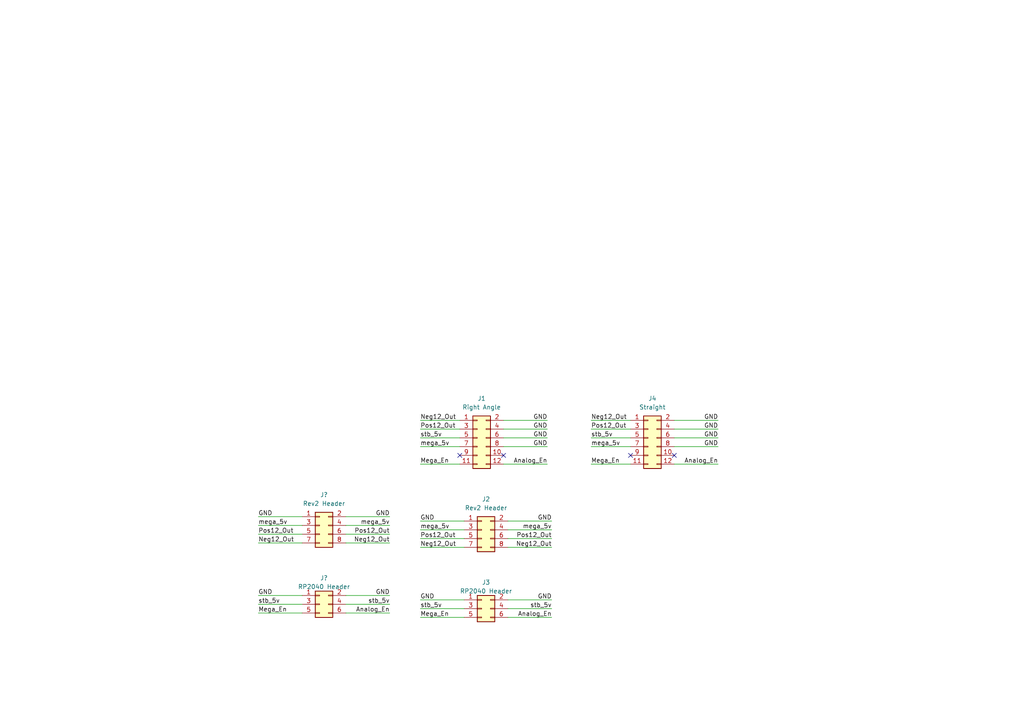
<source format=kicad_sch>
(kicad_sch (version 20211123) (generator eeschema)
  (paper "A4")
  (lib_symbols
    (symbol "Connector_Generic:Conn_02x03_Odd_Even" (pin_names (offset 1.016) hide)
      (property "Reference" "J" (at 1.27 5.08 0))
      (property "Value" "Conn_02x03_Odd_Even" (at 1.27 -5.08 0))
      (symbol "Conn_02x03_Odd_Even_1_1"
        (rectangle (start -1.27 -2.413) (end 0 -2.667) (stroke (width 0.1524)))
        (rectangle (start -1.27 0.127) (end 0 -0.127) (stroke (width 0.1524)))
        (rectangle (start -1.27 2.667) (end 0 2.413) (stroke (width 0.1524)))
        (rectangle (start -1.27 3.81) (end 3.81 -3.81) (stroke (width 0.254)) (fill (type background)))
        (rectangle (start 3.81 -2.413) (end 2.54 -2.667) (stroke (width 0.1524)))
        (rectangle (start 3.81 0.127) (end 2.54 -0.127) (stroke (width 0.1524)))
        (rectangle (start 3.81 2.667) (end 2.54 2.413) (stroke (width 0.1524)))
        (pin passive line (at -5.08 2.54 0) (length 3.81) (name "Pin_1") (number "1"))
        (pin passive line (at 7.62 2.54 180) (length 3.81) (name "Pin_2") (number "2"))
        (pin passive line (at -5.08 0 0) (length 3.81) (name "Pin_3") (number "3"))
        (pin passive line (at 7.62 0 180) (length 3.81) (name "Pin_4") (number "4"))
        (pin passive line (at -5.08 -2.54 0) (length 3.81) (name "Pin_5") (number "5"))
        (pin passive line (at 7.62 -2.54 180) (length 3.81) (name "Pin_6") (number "6"))
      )
    )
    (symbol "Connector_Generic:Conn_02x04_Odd_Even" (pin_names (offset 1.016) hide)
      (property "Reference" "J" (at 1.27 5.08 0))
      (property "Value" "Conn_02x04_Odd_Even" (at 1.27 -7.62 0))
      (symbol "Conn_02x04_Odd_Even_1_1"
        (rectangle (start -1.27 -4.953) (end 0 -5.207) (stroke (width 0.1524)))
        (rectangle (start -1.27 -2.413) (end 0 -2.667) (stroke (width 0.1524)))
        (rectangle (start -1.27 0.127) (end 0 -0.127) (stroke (width 0.1524)))
        (rectangle (start -1.27 2.667) (end 0 2.413) (stroke (width 0.1524)))
        (rectangle (start -1.27 3.81) (end 3.81 -6.35) (stroke (width 0.254)) (fill (type background)))
        (rectangle (start 3.81 -4.953) (end 2.54 -5.207) (stroke (width 0.1524)))
        (rectangle (start 3.81 -2.413) (end 2.54 -2.667) (stroke (width 0.1524)))
        (rectangle (start 3.81 0.127) (end 2.54 -0.127) (stroke (width 0.1524)))
        (rectangle (start 3.81 2.667) (end 2.54 2.413) (stroke (width 0.1524)))
        (pin passive line (at -5.08 2.54 0) (length 3.81) (name "Pin_1") (number "1"))
        (pin passive line (at 7.62 2.54 180) (length 3.81) (name "Pin_2") (number "2"))
        (pin passive line (at -5.08 0 0) (length 3.81) (name "Pin_3") (number "3"))
        (pin passive line (at 7.62 0 180) (length 3.81) (name "Pin_4") (number "4"))
        (pin passive line (at -5.08 -2.54 0) (length 3.81) (name "Pin_5") (number "5"))
        (pin passive line (at 7.62 -2.54 180) (length 3.81) (name "Pin_6") (number "6"))
        (pin passive line (at -5.08 -5.08 0) (length 3.81) (name "Pin_7") (number "7"))
        (pin passive line (at 7.62 -5.08 180) (length 3.81) (name "Pin_8") (number "8"))
      )
    )
    (symbol "Connector_Generic:Conn_02x06_Odd_Even" (pin_names (offset 1.016) hide)
      (property "Reference" "J" (at 1.27 7.62 0))
      (property "Value" "Conn_02x06_Odd_Even" (at 1.27 -10.16 0))
      (symbol "Conn_02x06_Odd_Even_1_1"
        (rectangle (start -1.27 -7.493) (end 0 -7.747) (stroke (width 0.1524)))
        (rectangle (start -1.27 -4.953) (end 0 -5.207) (stroke (width 0.1524)))
        (rectangle (start -1.27 -2.413) (end 0 -2.667) (stroke (width 0.1524)))
        (rectangle (start -1.27 0.127) (end 0 -0.127) (stroke (width 0.1524)))
        (rectangle (start -1.27 2.667) (end 0 2.413) (stroke (width 0.1524)))
        (rectangle (start -1.27 5.207) (end 0 4.953) (stroke (width 0.1524)))
        (rectangle (start -1.27 6.35) (end 3.81 -8.89) (stroke (width 0.254)) (fill (type background)))
        (rectangle (start 3.81 -7.493) (end 2.54 -7.747) (stroke (width 0.1524)))
        (rectangle (start 3.81 -4.953) (end 2.54 -5.207) (stroke (width 0.1524)))
        (rectangle (start 3.81 -2.413) (end 2.54 -2.667) (stroke (width 0.1524)))
        (rectangle (start 3.81 0.127) (end 2.54 -0.127) (stroke (width 0.1524)))
        (rectangle (start 3.81 2.667) (end 2.54 2.413) (stroke (width 0.1524)))
        (rectangle (start 3.81 5.207) (end 2.54 4.953) (stroke (width 0.1524)))
        (pin passive line (at -5.08 5.08 0) (length 3.81) (name "Pin_1") (number "1"))
        (pin passive line (at 7.62 -5.08 180) (length 3.81) (name "Pin_10") (number "10"))
        (pin passive line (at -5.08 -7.62 0) (length 3.81) (name "Pin_11") (number "11"))
        (pin passive line (at 7.62 -7.62 180) (length 3.81) (name "Pin_12") (number "12"))
        (pin passive line (at 7.62 5.08 180) (length 3.81) (name "Pin_2") (number "2"))
        (pin passive line (at -5.08 2.54 0) (length 3.81) (name "Pin_3") (number "3"))
        (pin passive line (at 7.62 2.54 180) (length 3.81) (name "Pin_4") (number "4"))
        (pin passive line (at -5.08 0 0) (length 3.81) (name "Pin_5") (number "5"))
        (pin passive line (at 7.62 0 180) (length 3.81) (name "Pin_6") (number "6"))
        (pin passive line (at -5.08 -2.54 0) (length 3.81) (name "Pin_7") (number "7"))
        (pin passive line (at 7.62 -2.54 180) (length 3.81) (name "Pin_8") (number "8"))
        (pin passive line (at -5.08 -5.08 0) (length 3.81) (name "Pin_9") (number "9"))
      )
    )
  )
  (no_connect (at 182.88 132.08))
  (no_connect (at 195.58 132.08))
  (no_connect (at 133.35 132.08))
  (no_connect (at 146.05 132.08))
  (wire (pts (xy 146.05 121.92) (xy 158.75 121.92)))
  (wire (pts (xy 147.32 158.75) (xy 160.02 158.75)))
  (wire (pts (xy 147.32 153.67) (xy 160.02 153.67)))
  (wire (pts (xy 121.92 176.53) (xy 134.62 176.53)))
  (wire (pts (xy 146.05 134.62) (xy 158.75 134.62)))
  (wire (pts (xy 134.62 173.99) (xy 121.92 173.99)))
  (wire (pts (xy 121.92 153.67) (xy 134.62 153.67)))
  (wire (pts (xy 182.88 127) (xy 171.45 127)))
  (wire (pts (xy 171.45 129.54) (xy 182.88 129.54)))
  (wire (pts (xy 121.92 158.75) (xy 134.62 158.75)))
  (wire (pts (xy 100.33 154.94) (xy 113.03 154.94)))
  (wire (pts (xy 74.93 157.48) (xy 87.63 157.48)))
  (wire (pts (xy 87.63 172.72) (xy 74.93 172.72)))
  (wire (pts (xy 121.92 129.54) (xy 133.35 129.54)))
  (wire (pts (xy 121.92 134.62) (xy 133.35 134.62)))
  (wire (pts (xy 121.92 156.21) (xy 134.62 156.21)))
  (wire (pts (xy 100.33 175.26) (xy 113.03 175.26)))
  (wire (pts (xy 171.45 121.92) (xy 182.88 121.92)))
  (wire (pts (xy 147.32 179.07) (xy 160.02 179.07)))
  (wire (pts (xy 87.63 149.86) (xy 74.93 149.86)))
  (wire (pts (xy 74.93 154.94) (xy 87.63 154.94)))
  (wire (pts (xy 100.33 149.86) (xy 113.03 149.86)))
  (wire (pts (xy 147.32 176.53) (xy 160.02 176.53)))
  (wire (pts (xy 171.45 124.46) (xy 182.88 124.46)))
  (wire (pts (xy 100.33 157.48) (xy 113.03 157.48)))
  (wire (pts (xy 195.58 124.46) (xy 208.28 124.46)))
  (wire (pts (xy 171.45 134.62) (xy 182.88 134.62)))
  (wire (pts (xy 146.05 129.54) (xy 158.75 129.54)))
  (wire (pts (xy 147.32 156.21) (xy 160.02 156.21)))
  (wire (pts (xy 121.92 124.46) (xy 133.35 124.46)))
  (wire (pts (xy 87.63 177.8) (xy 74.93 177.8)))
  (wire (pts (xy 147.32 173.99) (xy 160.02 173.99)))
  (wire (pts (xy 195.58 121.92) (xy 208.28 121.92)))
  (wire (pts (xy 100.33 177.8) (xy 113.03 177.8)))
  (wire (pts (xy 146.05 124.46) (xy 158.75 124.46)))
  (wire (pts (xy 74.93 152.4) (xy 87.63 152.4)))
  (wire (pts (xy 100.33 172.72) (xy 113.03 172.72)))
  (wire (pts (xy 100.33 152.4) (xy 113.03 152.4)))
  (wire (pts (xy 134.62 151.13) (xy 121.92 151.13)))
  (wire (pts (xy 146.05 127) (xy 158.75 127)))
  (wire (pts (xy 195.58 129.54) (xy 208.28 129.54)))
  (wire (pts (xy 133.35 127) (xy 121.92 127)))
  (wire (pts (xy 134.62 179.07) (xy 121.92 179.07)))
  (wire (pts (xy 195.58 134.62) (xy 208.28 134.62)))
  (wire (pts (xy 74.93 175.26) (xy 87.63 175.26)))
  (wire (pts (xy 147.32 151.13) (xy 160.02 151.13)))
  (wire (pts (xy 121.92 121.92) (xy 133.35 121.92)))
  (wire (pts (xy 195.58 127) (xy 208.28 127)))
  (label "Pos12_Out" (at 121.92 156.21 0))
  (label "GND" (at 208.28 127 180))
  (label "Mega_En" (at 121.92 134.62 0))
  (label "mega_5v" (at 121.92 129.54 0))
  (label "GND" (at 160.02 151.13 180))
  (label "GND" (at 74.93 149.86 0))
  (label "Mega_En" (at 121.92 179.07 0))
  (label "Analog_En" (at 158.75 134.62 180))
  (label "Pos12_Out" (at 160.02 156.21 180))
  (label "Pos12_Out" (at 113.03 154.94 180))
  (label "GND" (at 208.28 124.46 180))
  (label "Neg12_Out" (at 171.45 121.92 0))
  (label "Neg12_Out" (at 113.03 157.48 180))
  (label "mega_5v" (at 171.45 129.54 0))
  (label "GND" (at 113.03 172.72 180))
  (label "Pos12_Out" (at 74.93 154.94 0))
  (label "mega_5v" (at 160.02 153.67 180))
  (label "Neg12_Out" (at 121.92 121.92 0))
  (label "GND" (at 160.02 173.99 180))
  (label "GND" (at 121.92 173.99 0))
  (label "Analog_En" (at 208.28 134.62 180))
  (label "mega_5v" (at 74.93 152.4 0))
  (label "mega_5v" (at 113.03 152.4 180))
  (label "Pos12_Out" (at 121.92 124.46 0))
  (label "Analog_En" (at 160.02 179.07 180))
  (label "Neg12_Out" (at 160.02 158.75 180))
  (label "mega_5v" (at 121.92 153.67 0))
  (label "stb_5v" (at 160.02 176.53 180))
  (label "GND" (at 113.03 149.86 180))
  (label "Mega_En" (at 74.93 177.8 0))
  (label "Mega_En" (at 171.45 134.62 0))
  (label "GND" (at 158.75 127 180))
  (label "GND" (at 158.75 124.46 180))
  (label "stb_5v" (at 113.03 175.26 180))
  (label "GND" (at 158.75 121.92 180))
  (label "GND" (at 158.75 129.54 180))
  (label "Neg12_Out" (at 121.92 158.75 0))
  (label "stb_5v" (at 171.45 127 0))
  (label "stb_5v" (at 121.92 127 0))
  (label "stb_5v" (at 121.92 176.53 0))
  (label "GND" (at 208.28 129.54 180))
  (label "Analog_En" (at 113.03 177.8 180))
  (label "GND" (at 74.93 172.72 0))
  (label "stb_5v" (at 74.93 175.26 0))
  (label "GND" (at 121.92 151.13 0))
  (label "Pos12_Out" (at 171.45 124.46 0))
  (label "Neg12_Out" (at 74.93 157.48 0))
  (label "GND" (at 208.28 121.92 180))
  (symbol (lib_id "Connector_Generic:Conn_02x04_Odd_Even") (at 139.7 153.67 0) (unit 1)
    (property "Reference" "J2" (at 140.97 144.78 0))
    (property "Value" "Rev2 Header" (at 140.97 147.32 0))
    (property "Footprint" "Connector_PinSocket_2.54mm:PinSocket_2x04_P2.54mm_Vertical" (effects hide))
  )
  (symbol (lib_id "Connector_Generic:Conn_02x03_Odd_Even") (at 92.71 175.26 0) (unit 1)
    (property "Reference" "J?" (at 93.98 167.64 0))
    (property "Value" "RP2040 Header" (at 93.98 170.18 0))
    (property "Footprint" "Connector_PinSocket_2.54mm:PinSocket_2x03_P2.54mm_Vertical" (effects hide))
  )
  (symbol (lib_id "Connector_Generic:Conn_02x06_Odd_Even") (at 138.43 127 0) (unit 1)
    (property "Reference" "J1" (at 139.7 115.57 0))
    (property "Value" "Right Angle" (at 139.7 118.11 0))
    (property "Footprint" "My Libraries:TE 5650118-3 Right Angle 12 Pos Socket" (effects hide))
  )
  (symbol (lib_id "Connector_Generic:Conn_02x04_Odd_Even") (at 92.71 152.4 0) (unit 1)
    (property "Reference" "J?" (at 93.98 143.51 0))
    (property "Value" "Rev2 Header" (at 93.98 146.05 0))
    (property "Footprint" "Connector_PinSocket_2.54mm:PinSocket_2x04_P2.54mm_Vertical" (effects hide))
  )
  (symbol (lib_id "Connector_Generic:Conn_02x03_Odd_Even") (at 139.7 176.53 0) (unit 1)
    (property "Reference" "J3" (at 140.97 168.91 0))
    (property "Value" "RP2040 Header" (at 140.97 171.45 0))
    (property "Footprint" "Connector_PinSocket_2.54mm:PinSocket_2x03_P2.54mm_Vertical" (effects hide))
  )
  (symbol (lib_id "Connector_Generic:Conn_02x06_Odd_Even") (at 187.96 127 0) (unit 1)
    (property "Reference" "J4" (at 189.23 115.57 0))
    (property "Value" "Straight" (at 189.23 118.11 0))
    (property "Footprint" "My Libraries:Sullins-EBC06DCWN-Edge Socket 12 pos (6x2)" (effects hide))
  )
)
</source>
